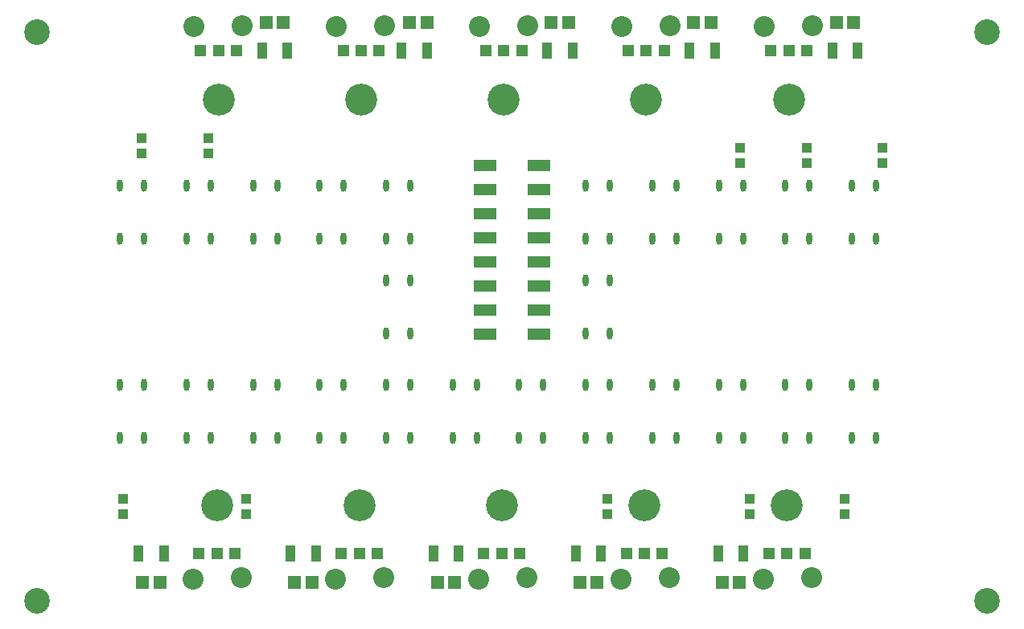
<source format=gts>
G04*
G04 #@! TF.GenerationSoftware,Altium Limited,Altium Designer,20.2.6 (244)*
G04*
G04 Layer_Color=8388736*
%FSLAX25Y25*%
%MOIN*%
G70*
G04*
G04 #@! TF.SameCoordinates,2EE7C390-26CC-4BF3-962D-CD276D7F8964*
G04*
G04*
G04 #@! TF.FilePolarity,Negative*
G04*
G01*
G75*
%ADD13R,0.04182X0.04469*%
%ADD15R,0.05500X0.05800*%
%ADD16O,0.02362X0.05118*%
%ADD18R,0.04343X0.06902*%
%ADD19R,0.09540X0.04816*%
%ADD20R,0.04737X0.04737*%
%ADD21C,0.10642*%
%ADD22C,0.08674*%
%ADD23C,0.13202*%
D13*
X488189Y326045D02*
D03*
Y319624D02*
D03*
X181102Y329982D02*
D03*
Y323561D02*
D03*
X208661Y329982D02*
D03*
Y323561D02*
D03*
X429134Y326045D02*
D03*
Y319624D02*
D03*
X456693Y326045D02*
D03*
Y319624D02*
D03*
X472441Y173955D02*
D03*
Y180376D02*
D03*
X173228Y173955D02*
D03*
Y180376D02*
D03*
X224410Y173955D02*
D03*
Y180376D02*
D03*
X374016Y173955D02*
D03*
Y180376D02*
D03*
X433071Y173955D02*
D03*
Y180376D02*
D03*
D15*
X188586Y145669D02*
D03*
X181493D02*
D03*
X428743D02*
D03*
X421651D02*
D03*
X475987Y377953D02*
D03*
X468894D02*
D03*
X239767D02*
D03*
X232674D02*
D03*
X362595Y145669D02*
D03*
X369688D02*
D03*
X303540D02*
D03*
X310633D02*
D03*
X244485D02*
D03*
X251578D02*
D03*
X409839Y377953D02*
D03*
X416932D02*
D03*
X350784D02*
D03*
X357877D02*
D03*
X292120D02*
D03*
X299213D02*
D03*
D16*
X182165Y310236D02*
D03*
X172165D02*
D03*
Y288189D02*
D03*
X182165D02*
D03*
X430197D02*
D03*
X420197D02*
D03*
Y310236D02*
D03*
X430197D02*
D03*
X457756Y288189D02*
D03*
X447756D02*
D03*
Y310236D02*
D03*
X457756D02*
D03*
X485315Y288189D02*
D03*
X475315D02*
D03*
Y310236D02*
D03*
X485315D02*
D03*
X402638Y205512D02*
D03*
X392638D02*
D03*
Y227559D02*
D03*
X402638D02*
D03*
X319961Y205512D02*
D03*
X309961D02*
D03*
Y227559D02*
D03*
X319961D02*
D03*
X375079Y248819D02*
D03*
X365079D02*
D03*
Y270866D02*
D03*
X375079D02*
D03*
Y288189D02*
D03*
X365079D02*
D03*
Y310236D02*
D03*
X375079D02*
D03*
X402638Y288189D02*
D03*
X392638D02*
D03*
Y310236D02*
D03*
X402638D02*
D03*
X475315Y227559D02*
D03*
X485315D02*
D03*
Y205512D02*
D03*
X475315D02*
D03*
X447756Y227559D02*
D03*
X457756D02*
D03*
Y205512D02*
D03*
X447756D02*
D03*
X420197Y227559D02*
D03*
X430197D02*
D03*
Y205512D02*
D03*
X420197D02*
D03*
X199724Y227559D02*
D03*
X209724D02*
D03*
Y205512D02*
D03*
X199724D02*
D03*
X172165Y227559D02*
D03*
X182165Y205512D02*
D03*
Y227559D02*
D03*
X172165Y205512D02*
D03*
X264843Y288189D02*
D03*
X254842D02*
D03*
Y310236D02*
D03*
X264843D02*
D03*
X375079Y205512D02*
D03*
X365079D02*
D03*
Y227559D02*
D03*
X375079D02*
D03*
X347520Y205512D02*
D03*
X337520D02*
D03*
Y227559D02*
D03*
X347520D02*
D03*
X292402Y288189D02*
D03*
X282402D02*
D03*
Y310236D02*
D03*
X292402D02*
D03*
Y248819D02*
D03*
X282402D02*
D03*
Y270866D02*
D03*
X292402D02*
D03*
X237283Y205512D02*
D03*
X227284D02*
D03*
Y227559D02*
D03*
X237283D02*
D03*
X264843Y205512D02*
D03*
X254842D02*
D03*
Y227559D02*
D03*
X264843D02*
D03*
X292402Y205512D02*
D03*
X282402D02*
D03*
Y227559D02*
D03*
X292402D02*
D03*
X237283Y310236D02*
D03*
X227284D02*
D03*
Y288189D02*
D03*
X237283D02*
D03*
X209724Y310236D02*
D03*
X199724D02*
D03*
Y288189D02*
D03*
X209724D02*
D03*
D18*
X190256Y157480D02*
D03*
X179823D02*
D03*
X430413D02*
D03*
X419980D02*
D03*
X477658Y366142D02*
D03*
X467224D02*
D03*
X241437D02*
D03*
X231004D02*
D03*
X360925Y157480D02*
D03*
X371358D02*
D03*
X301870D02*
D03*
X312303D02*
D03*
X242815D02*
D03*
X253248D02*
D03*
X408169Y366142D02*
D03*
X418602D02*
D03*
X349114D02*
D03*
X359547D02*
D03*
X288779D02*
D03*
X299213D02*
D03*
D19*
X323524Y248465D02*
D03*
X345768D02*
D03*
X323524Y258465D02*
D03*
X345768D02*
D03*
X323524Y268465D02*
D03*
X345768D02*
D03*
X323524Y278465D02*
D03*
X345768D02*
D03*
X323524Y288465D02*
D03*
X345768D02*
D03*
X323524Y298465D02*
D03*
X345768D02*
D03*
X323524Y308465D02*
D03*
X345768D02*
D03*
X323524Y318465D02*
D03*
X345768D02*
D03*
D20*
X322835Y157480D02*
D03*
X205512Y366142D02*
D03*
X204724Y157480D02*
D03*
X212205D02*
D03*
X219685D02*
D03*
X263779D02*
D03*
X271260D02*
D03*
X278740D02*
D03*
X330315D02*
D03*
X337795D02*
D03*
X381890D02*
D03*
X389370D02*
D03*
X396850D02*
D03*
X440945D02*
D03*
X448425D02*
D03*
X455905D02*
D03*
X456693Y366142D02*
D03*
X449213D02*
D03*
X441732D02*
D03*
X397638D02*
D03*
X390158D02*
D03*
X382677D02*
D03*
X338583D02*
D03*
X331102D02*
D03*
X323622D02*
D03*
X279528D02*
D03*
X272047D02*
D03*
X264567D02*
D03*
X220472D02*
D03*
X212992D02*
D03*
D21*
X531496Y374016D02*
D03*
Y137795D02*
D03*
X137795D02*
D03*
Y374016D02*
D03*
D22*
X222441Y147480D02*
D03*
X202441Y146949D02*
D03*
X281496Y147480D02*
D03*
X261496Y146949D02*
D03*
X340551Y147480D02*
D03*
X320551Y146949D02*
D03*
X399606Y147480D02*
D03*
X379606Y146949D02*
D03*
X458661Y147480D02*
D03*
X438661Y146949D02*
D03*
X438976Y376142D02*
D03*
X458976Y376673D02*
D03*
X379921Y376142D02*
D03*
X399921Y376673D02*
D03*
X320866Y376142D02*
D03*
X340866Y376673D02*
D03*
X261811Y376142D02*
D03*
X281811Y376673D02*
D03*
X202756Y376142D02*
D03*
X222756Y376673D02*
D03*
D23*
X212205Y177559D02*
D03*
X271260D02*
D03*
X330315D02*
D03*
X389370D02*
D03*
X448425D02*
D03*
X449213Y346063D02*
D03*
X390158D02*
D03*
X331102D02*
D03*
X272047D02*
D03*
X212992D02*
D03*
M02*

</source>
